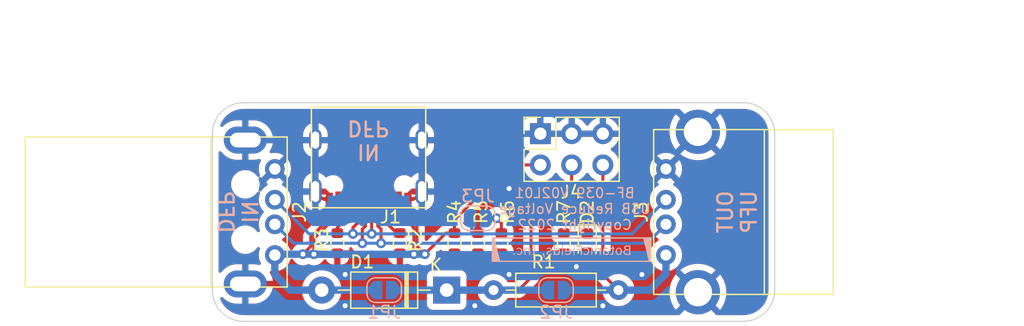
<source format=kicad_pcb>
(kicad_pcb (version 20211014) (generator pcbnew)
  (title_block (title "USB Reduce Voltage") (date "2022-10-20") (rev "V01L01") (company "Copyright 2022 BotanicFields, Inc.") (comment 1 "BF-039"))
  (layers (0 "F.Cu" signal) (31 "B.Cu" signal) (34 "B.Paste" user) (35 "F.Paste" user) (36 "B.SilkS" user "B.Silkscreen") (37 "F.SilkS" user "F.Silkscreen") (38 "B.Mask" user) (39 "F.Mask" user) (44 "Edge.Cuts" user))
  (net 0 "")
  (net 1 "GND")
  (net 2 "Net-(J1-PadA5)")
  (net 3 "Net-(J1-PadA6)")
  (net 4 "Net-(D1-Pad1)")
  (net 6 "Net-(J1-PadB5)")
  (net 8 "Net-(D1-Pad2)")
  (net 9 "Net-(D2-Pad1)")
  (net 10 "Net-(D2-Pad2)")
  (net 11 "Net-(J1-PadA7)")
  (net 12 "Net-(JP3-Pad1)")
  (net 13 "Net-(R4-Pad2)")
  (footprint "Diode_THT:D_DO-41_SOD81_P10.16mm_Horizontal" (layer "F.Cu") (at 161.05 63.46 180)
    (fp_text reference "D1" (at 6.858 2.286 180) (layer "F.SilkS"))
    (fp_text value "1S4")
    (fp_text user "K" (at 0.889 2.032 180) (layer "F.SilkS"))
    (fp_line (start 8.82 0) (end 7.8 0) (layer "F.SilkS") (width 0.12))
    (fp_line (start 2.36 -1.47) (end 2.36 1.47) (layer "F.SilkS") (width 0.12))
    (fp_line (start 3.38 -1.47) (end 3.38 1.47) (layer "F.SilkS") (width 0.12))
    (fp_line (start 3.26 -1.47) (end 3.26 1.47) (layer "F.SilkS") (width 0.12))
    (fp_line (start 1.34 0) (end 2.36 0) (layer "F.SilkS") (width 0.12))
    (fp_line (start 7.8 -1.47) (end 2.36 -1.47) (layer "F.SilkS") (width 0.12))
    (fp_line (start 2.36 1.47) (end 7.8 1.47) (layer "F.SilkS") (width 0.12))
    (fp_line (start 7.8 1.47) (end 7.8 -1.47) (layer "F.SilkS") (width 0.12))
    (fp_line (start 3.14 -1.47) (end 3.14 1.47) (layer "F.SilkS") (width 0.12))
    (pad "1" thru_hole rect (at 0 0 180) (size 2.2 2.2) (drill 1.1) (layers *.Cu *.Mask) (net 4 "Net-(D1-Pad1)"))
    (pad "2" thru_hole oval (at 10.16 0 180) (size 2.2 2.2) (drill 1.1) (layers *.Cu *.Mask) (net 8 "Net-(D1-Pad2)"))
  )
  (footprint "Connector_PinSocket_2.54mm:PinSocket_2x03_P2.54mm_Vertical" (layer "F.Cu") (at 168.67 50.74 90)
    (fp_text reference "J4" (at -4.75 2.5) (layer "F.SilkS"))
    (fp_text value "SENSE")
    (fp_line (start 1.33 1.27) (end 1.33 6.41) (layer "F.SilkS") (width 0.12))
    (fp_line (start -3.87 6.41) (end 1.33 6.41) (layer "F.SilkS") (width 0.12))
    (fp_line (start 0 -1.33) (end 1.33 -1.33) (layer "F.SilkS") (width 0.12))
    (fp_line (start 1.33 -1.33) (end 1.33 0) (layer "F.SilkS") (width 0.12))
    (fp_line (start -1.27 1.27) (end 1.33 1.27) (layer "F.SilkS") (width 0.12))
    (fp_line (start -1.27 -1.33) (end -1.27 1.27) (layer "F.SilkS") (width 0.12))
    (fp_line (start -3.87 -1.33) (end -3.87 6.41) (layer "F.SilkS") (width 0.12))
    (fp_line (start -3.87 -1.33) (end -1.27 -1.33) (layer "F.SilkS") (width 0.12))
    (pad "1" thru_hole rect locked (at 0 0 90) (size 1.7 1.7) (drill 1) (layers *.Cu *.Mask) (net 1 "GND"))
    (pad "2" thru_hole oval locked (at -2.54 0 90) (size 1.7 1.7) (drill 1) (layers *.Cu *.Mask) (net 8 "Net-(D1-Pad2)"))
    (pad "3" thru_hole oval locked (at 0 2.54 90) (size 1.7 1.7) (drill 1) (layers *.Cu *.Mask) (net 1 "GND"))
    (pad "4" thru_hole oval locked (at -2.54 2.54 90) (size 1.7 1.7) (drill 1) (layers *.Cu *.Mask) (net 4 "Net-(D1-Pad1)"))
    (pad "5" thru_hole oval locked (at 0 5.08 90) (size 1.7 1.7) (drill 1) (layers *.Cu *.Mask) (net 1 "GND"))
    (pad "6" thru_hole oval locked (at -2.54 5.08 90) (size 1.7 1.7) (drill 1) (layers *.Cu *.Mask) (net 10 "Net-(D2-Pad2)"))
  )
  (footprint "bf:BF@USB-C-5077CR-16-SMC2-BK-TR" (layer "F.Cu") (at 154.7 51.265 180)
    (fp_text reference "J1" (at -1.778 -6.25 180) (layer "F.SilkS"))
    (fp_text value "USB_C_Receptacle")
    (fp_line (start -4.65 2.7) (end -4.65 -5.5) (layer "F.SilkS") (width 0.12))
    (fp_line (start 4.65 -5.5) (end 4.65 2.7) (layer "F.SilkS") (width 0.12))
    (fp_line (start 4.65 2.7) (end -4.65 2.7) (layer "F.SilkS") (width 0.12))
    (fp_line (start -4.65 -5.5) (end 4.65 -5.5) (layer "F.SilkS") (width 0.12))
    (pad "" np_thru_hole circle locked (at -2.89 -3.68 180) (size 0.65 0.65) (drill 0.65) (layers *.Cu *.Mask))
    (pad "" np_thru_hole circle locked (at 2.89 -3.68 180) (size 0.65 0.65) (drill 0.65) (layers *.Cu *.Mask))
    (pad "A1" smd rect locked (at -3.35 -4.75 180) (size 0.3 1.14) (layers "F.Cu" "F.Paste" "F.Mask") (net 1 "GND"))
    (pad "A4" smd rect locked (at -2.55 -4.75 180) (size 0.3 1.14) (layers "F.Cu" "F.Paste" "F.Mask") (net 8 "Net-(D1-Pad2)"))
    (pad "A5" smd rect locked (at -1.25 -4.75 180) (size 0.3 1.14) (layers "F.Cu" "F.Paste" "F.Mask") (net 2 "Net-(J1-PadA5)"))
    (pad "A6" smd rect locked (at -0.25 -4.75 180) (size 0.3 1.14) (layers "F.Cu" "F.Paste" "F.Mask") (net 3 "Net-(J1-PadA6)"))
    (pad "A7" smd rect locked (at 0.25 -4.75 180) (size 0.3 1.14) (layers "F.Cu" "F.Paste" "F.Mask") (net 11 "Net-(J1-PadA7)"))
    (pad "A8" smd rect locked (at 1.25 -4.75 180) (size 0.3 1.14) (layers "F.Cu" "F.Paste" "F.Mask"))
    (pad "A9" smd rect locked (at 2.55 -4.75 180) (size 0.3 1.14) (layers "F.Cu" "F.Paste" "F.Mask") (net 8 "Net-(D1-Pad2)"))
    (pad "A12" smd rect locked (at 3.35 -4.75 180) (size 0.3 1.14) (layers "F.Cu" "F.Paste" "F.Mask") (net 1 "GND"))
    (pad "B1" smd rect locked (at 3.05 -4.8 180) (size 0.3 1.04) (layers "F.Cu" "F.Paste" "F.Mask") (net 1 "GND"))
    (pad "B4" smd rect locked (at 2.25 -4.75 180) (size 0.3 1.14) (layers "F.Cu" "F.Paste" "F.Mask") (net 8 "Net-(D1-Pad2)"))
    (pad "B5" smd rect locked (at 1.75 -4.75 180) (size 0.3 1.14) (layers "F.Cu" "F.Paste" "F.Mask") (net 6 "Net-(J1-PadB5)"))
    (pad "B6" smd rect locked (at 0.75 -4.75 180) (size 0.3 1.14) (layers "F.Cu" "F.Paste" "F.Mask") (net 3 "Net-(J1-PadA6)"))
    (pad "B7" smd rect locked (at -0.75 -4.75 180) (size 0.3 1.14) (layers "F.Cu" "F.Paste" "F.Mask") (net 11 "Net-(J1-PadA7)"))
    (pad "B8" smd rect locked (at -1.75 -4.75 180) (size 0.3 1.14) (layers "F.Cu" "F.Paste" "F.Mask"))
    (pad "B9" smd rect locked (at -2.25 -4.75 180) (size 0.3 1.14) (layers "F.Cu" "F.Paste" "F.Mask") (net 8 "Net-(D1-Pad2)"))
    (pad "B12" smd rect locked (at -3.05 -4.8 180) (size 0.3 1.04) (layers "F.Cu" "F.Paste" "F.Mask") (net 1 "GND"))
    (pad "S1" thru_hole oval locked (at -4.32 -4.18 180) (size 1 2.1) (drill oval 0.6 1.7) (layers *.Cu *.Mask) (net 1 "GND"))
    (pad "S1" thru_hole oval locked (at -4.32 0 180) (size 1 1.8) (drill oval 0.6 1.4) (layers *.Cu *.Mask) (net 1 "GND"))
    (pad "S1" thru_hole oval locked (at 4.32 0 180) (size 1 1.8) (drill oval 0.6 1.4) (layers *.Cu *.Mask) (net 1 "GND"))
    (pad "S1" thru_hole oval locked (at 4.32 -4.18 180) (size 1 2.1) (drill oval 0.6 1.7) (layers *.Cu *.Mask) (net 1 "GND"))
  )
  (footprint "bf:BF@USB-4AM103" (layer "F.Cu") (at 147.08 57.11 90)
    (fp_text reference "J2" (at 0 2 270) (layer "F.SilkS"))
    (fp_text value "USB_A_PLUG")
    (fp_line (start -6.1 -20.3) (end -6.1 1) (layer "F.SilkS") (width 0.12))
    (fp_line (start -6.1 -5.2) (end 6.1 -5.2) (layer "F.SilkS") (width 0.12))
    (fp_line (start -6.1 -20.3) (end 6.1 -20.3) (layer "F.SilkS") (width 0.12))
    (fp_line (start -6.1 1) (end 6.1 1) (layer "F.SilkS") (width 0.12))
    (fp_line (start 6.1 -20.3) (end 6.1 1) (layer "F.SilkS") (width 0.12))
    (pad "" np_thru_hole circle locked (at -2.25 -2.4 90) (size 1.3 1.3) (drill 1.3) (layers *.Cu *.Mask))
    (pad "" np_thru_hole circle locked (at 2.25 -2.4 90) (size 1.3 1.3) (drill 1.3) (layers *.Cu *.Mask))
    (pad "1" thru_hole circle locked (at -3.5 0 90) (size 1.6 1.6) (drill 0.93) (layers *.Cu *.Mask) (net 8 "Net-(D1-Pad2)"))
    (pad "2" thru_hole circle locked (at -1 0 90) (size 1.6 1.6) (drill 0.93) (layers *.Cu *.Mask) (net 11 "Net-(J1-PadA7)"))
    (pad "3" thru_hole circle locked (at 1 0 90) (size 1.6 1.6) (drill 0.93) (layers *.Cu *.Mask) (net 3 "Net-(J1-PadA6)"))
    (pad "4" thru_hole circle locked (at 3.5 0 90) (size 1.6 1.6) (drill 0.93) (layers *.Cu *.Mask) (net 1 "GND"))
    (pad "5" thru_hole oval locked (at 5.85 -2.4 90) (size 2.2 3.5) (drill oval 1.2 2.5) (layers *.Cu *.Mask) (net 1 "GND"))
    (pad "5" thru_hole oval locked (at -5.85 -2.4 90) (size 2.2 3.5) (drill oval 1.2 2.5) (layers *.Cu *.Mask) (net 1 "GND"))
  )
  (footprint "bf:BF@USB-4AF103BS" (layer "F.Cu") (at 178.88 57.11 90)
    (fp_text reference "J3" (at 0 -2 270) (layer "F.SilkS"))
    (fp_text value "USB_A_Receptacle")
    (fp_line (start -6.7 8) (end 6.7 8) (layer "F.SilkS") (width 0.12))
    (fp_line (start 6.7 -1) (end 6.7 13.6) (layer "F.SilkS") (width 0.12))
    (fp_line (start -6.7 13.6) (end 6.7 13.6) (layer "F.SilkS") (width 0.12))
    (fp_line (start -6.7 -1) (end 6.7 -1) (layer "F.SilkS") (width 0.12))
    (fp_line (start -6.7 -1) (end -6.7 13.6) (layer "F.SilkS") (width 0.12))
    (pad "1" thru_hole circle locked (at -3.5 0 90) (size 1.6 1.6) (drill 0.9) (layers *.Cu *.Mask) (net 10 "Net-(D2-Pad2)"))
    (pad "2" thru_hole circle locked (at -1 0 90) (size 1.6 1.6) (drill 0.9) (layers *.Cu *.Mask) (net 11 "Net-(J1-PadA7)"))
    (pad "3" thru_hole circle locked (at 1 0 90) (size 1.6 1.6) (drill 0.9) (layers *.Cu *.Mask) (net 3 "Net-(J1-PadA6)"))
    (pad "4" thru_hole circle locked (at 3.5 0 90) (size 1.6 1.6) (drill 0.9) (layers *.Cu *.Mask) (net 1 "GND"))
    (pad "5" thru_hole circle locked (at -6.52 2.6 90) (size 3.6 3.6) (drill 2.3) (layers *.Cu *.Mask) (net 1 "GND"))
    (pad "5" thru_hole circle locked (at 6.52 2.6 90) (size 3.6 3.6) (drill 2.3) (layers *.Cu *.Mask) (net 1 "GND"))
  )
  (footprint "Resistor_THT:R_Axial_DIN0207_L6.3mm_D2.5mm_P10.16mm_Horizontal" (layer "F.Cu") (at 175.02 63.46 180)
    (fp_text reference "R1" (at 6.096 2.286 180) (layer "F.SilkS"))
    (fp_text value "0.1")
    (fp_line (start 1.81 1.37) (end 8.35 1.37) (layer "F.SilkS") (width 0.12))
    (fp_line (start 8.35 -1.37) (end 1.81 -1.37) (layer "F.SilkS") (width 0.12))
    (fp_line (start 8.35 1.37) (end 8.35 -1.37) (layer "F.SilkS") (width 0.12))
    (fp_line (start 1.04 0) (end 1.81 0) (layer "F.SilkS") (width 0.12))
    (fp_line (start 1.81 -1.37) (end 1.81 1.37) (layer "F.SilkS") (width 0.12))
    (fp_line (start 9.12 0) (end 8.35 0) (layer "F.SilkS") (width 0.12))
    (pad "1" thru_hole circle (at 0 0 180) (size 1.6 1.6) (drill 0.8) (layers *.Cu *.Mask) (net 10 "Net-(D2-Pad2)"))
    (pad "2" thru_hole oval (at 10.16 0 180) (size 1.6 1.6) (drill 0.8) (layers *.Cu *.Mask) (net 4 "Net-(D1-Pad1)"))
  )
  (footprint "Resistor_SMD:R_0603_1608Metric" (layer "F.Cu") (at 157.24 59.65 90)
    (fp_text reference "R2" (at 0.254 1.27 90) (layer "F.SilkS"))
    (fp_text value "5.1k")
    (fp_line (start -0.237258 0.5225) (end 0.237258 0.5225) (layer "F.SilkS") (width 0.12))
    (fp_line (start -0.237258 -0.5225) (end 0.237258 -0.5225) (layer "F.SilkS") (width 0.12))
    (pad "1" smd roundrect (at -0.825 0 90) (size 0.8 0.95) (layers "F.Cu" "F.Paste" "F.Mask") (net 1 "GND"))
    (pad "2" smd roundrect (at 0.825 0 90) (size 0.8 0.95) (layers "F.Cu" "F.Paste" "F.Mask") (net 2 "Net-(J1-PadA5)"))
  )
  (footprint "Resistor_SMD:R_0603_1608Metric" (layer "F.Cu") (at 152.16 59.65 90)
    (fp_text reference "R3" (at 0.254 -1.27 90) (layer "F.SilkS"))
    (fp_text value "5.1k")
    (fp_line (start -0.237258 -0.5225) (end 0.237258 -0.5225) (layer "F.SilkS") (width 0.12))
    (fp_line (start -0.237258 0.5225) (end 0.237258 0.5225) (layer "F.SilkS") (width 0.12))
    (pad "1" smd roundrect (at -0.825 0 90) (size 0.8 0.95) (layers "F.Cu" "F.Paste" "F.Mask") (net 1 "GND"))
    (pad "2" smd roundrect (at 0.825 0 90) (size 0.8 0.95) (layers "F.Cu" "F.Paste" "F.Mask") (net 6 "Net-(J1-PadB5)"))
  )
  (footprint "Resistor_SMD:R_0603_1608Metric" (layer "F.Cu") (at 163.59 59.65 90)
    (fp_text reference "R5" (at 2.54 0.254 90) (layer "F.SilkS"))
    (fp_text value "220")
    (fp_line (start -0.237258 -0.5225) (end 0.237258 -0.5225) (layer "F.SilkS") (width 0.12))
    (fp_line (start -0.237258 0.5225) (end 0.237258 0.5225) (layer "F.SilkS") (width 0.12))
    (pad "1" smd roundrect (at -0.825 0 90) (size 0.8 0.95) (layers "F.Cu" "F.Paste" "F.Mask") (net 13 "Net-(R4-Pad2)"))
    (pad "2" smd roundrect (at 0.825 0 90) (size 0.8 0.95) (layers "F.Cu" "F.Paste" "F.Mask") (net 1 "GND"))
  )
  (footprint "Resistor_SMD:R_0603_1608Metric" (layer "F.Cu") (at 165.495 59.65 90)
    (fp_text reference "R6" (at 2.54 0.508 90) (layer "F.SilkS"))
    (fp_text value "2.2k")
    (fp_line (start -0.237258 0.5225) (end 0.237258 0.5225) (layer "F.SilkS") (width 0.12))
    (fp_line (start -0.237258 -0.5225) (end 0.237258 -0.5225) (layer "F.SilkS") (width 0.12))
    (pad "1" smd roundrect (at -0.825 0 90) (size 0.8 0.95) (layers "F.Cu" "F.Paste" "F.Mask") (net 13 "Net-(R4-Pad2)"))
    (pad "2" smd roundrect (at 0.825 0 90) (size 0.8 0.95) (layers "F.Cu" "F.Paste" "F.Mask") (net 12 "Net-(JP3-Pad1)"))
  )
  (footprint "Resistor_SMD:R_0603_1608Metric" (layer "F.Cu") (at 161.685 59.65 -90)
    (fp_text reference "R4" (at -2.54 0 90) (layer "F.SilkS"))
    (fp_text value "100")
    (fp_line (start -0.237258 0.5225) (end 0.237258 0.5225) (layer "F.SilkS") (width 0.12))
    (fp_line (start -0.237258 -0.5225) (end 0.237258 -0.5225) (layer "F.SilkS") (width 0.12))
    (pad "1" smd roundrect (at -0.825 0 270) (size 0.8 0.95) (layers "F.Cu" "F.Paste" "F.Mask") (net 8 "Net-(D1-Pad2)"))
    (pad "2" smd roundrect (at 0.825 0 270) (size 0.8 0.95) (layers "F.Cu" "F.Paste" "F.Mask") (net 13 "Net-(R4-Pad2)"))
  )
  (footprint "Resistor_SMD:R_0603_1608Metric" (layer "F.Cu") (at 170.575 59.65 -90)
    (fp_text reference "R7" (at -2.54 0 90) (layer "F.SilkS"))
    (fp_text value "2.2k")
    (fp_line (start -0.237258 -0.5225) (end 0.237258 -0.5225) (layer "F.SilkS") (width 0.12))
    (fp_line (start -0.237258 0.5225) (end 0.237258 0.5225) (layer "F.SilkS") (width 0.12))
    (pad "1" smd roundrect (at -0.825 0 270) (size 0.8 0.95) (layers "F.Cu" "F.Paste" "F.Mask") (net 9 "Net-(D2-Pad1)"))
    (pad "2" smd roundrect (at 0.825 0 270) (size 0.8 0.95) (layers "F.Cu" "F.Paste" "F.Mask") (net 1 "GND"))
  )
  (footprint "LED_SMD:LED_0603_1608Metric" (layer "F.Cu") (at 172.48 59.65 -90)
    (fp_text reference "D2" (at -2.54 0 90) (layer "F.SilkS"))
    (fp_text value "LED")
    (fp_line (start -1.485 0.735) (end 0.8 0.735) (layer "F.SilkS") (width 0.12))
    (fp_line (start 0.8 -0.735) (end -1.485 -0.735) (layer "F.SilkS") (width 0.12))
    (fp_line (start -1.485 -0.735) (end -1.485 0.735) (layer "F.SilkS") (width 0.12))
    (pad "1" smd roundrect (at -0.7875 0 270) (size 0.875 0.95) (layers "F.Cu" "F.Paste" "F.Mask") (net 9 "Net-(D2-Pad1)"))
    (pad "2" smd roundrect (at 0.7875 0 270) (size 0.875 0.95) (layers "F.Cu" "F.Paste" "F.Mask") (net 10 "Net-(D2-Pad2)"))
  )
  (footprint "@bf:BF@Logo_BotanicFields_2mm" (layer "B.Cu") (at 171.21 60.158 180)
    (fp_text reference "G***" hide)
    (fp_text value "LOGO" hide)
    (fp_poly (pts (xy -0.151284 0.327964) (xy -0.135335 0.313936) (xy -0.132292 0.28112) (xy -0.135518 0.247789) (xy -0.151884 0.234118) (xy -0.19017 0.23151) (xy -0.229055 0.234276) (xy -0.245005 0.248303) (xy -0.248047 0.28112) (xy -0.244821 0.31445) (xy -0.228456 0.328121) (xy -0.19017 0.330729)) (layer "B.SilkS") (width 0) (fill solid))
    (fp_poly (pts (xy 1.455208 -0.446484) (xy 1.405599 -0.446484) (xy 1.366213 -0.439089) (xy 1.355989 -0.42168) (xy 1.348709 -0.399806) (xy 1.324808 -0.403011) (xy 1.297657 -0.419333) (xy 1.239998 -0.443681) (xy 1.168412 -0.453119) (xy 1.099462 -0.445554) (xy 1.09658 -0.44475) (xy 1.034451 -0.411166) (xy 0.988757 -0.355227) (xy 0.959412 -0.28323) (xy 0.94659 -0.203095) (xy 1.046573 -0.203095) (xy 1.070069 -0.284551) (xy 1.093749 -0.321684) (xy 1.139298 -0.354732) (xy 1.199846 -0.363813) (xy 1.267229 -0.348566) (xy 1.302246 -0.33091) (xy 1.355989 -0.298142) (xy 1.355989 0.031745) (xy 1.291341 0.051114) (xy 1.210013 0.061413) (xy 1.141114 0.042203) (xy 1.088393 -0.00411) (xy 1.055599 -0.075122) (xy 1.04974 -0.103886) (xy 1.046573 -0.203095) (xy 0.94659 -0.203095) (xy 0.94633 -0.201471) (xy 0.949425 -0.116246) (xy 0.968611 -0.033851) (xy 1.003801 0.039419) (xy 1.05491 0.097266) (xy 1.104406 0.127066) (xy 1.174626 0.143061) (xy 1.255221 0.141785) (xy 1.32705 0.124081) (xy 1.341722 0.1212) (xy 1.350407 0.131479) (xy 1.354636 0.160942) (xy 1.35594 0.215618) (xy 1.355989 0.238009) (xy 1.355989 0.363802) (xy 1.455208 0.363802)) (layer "B.SilkS") (width 0) (fill solid))
    (fp_poly (pts (xy 1.938884 0.133151) (xy 1.940353 0.132848) (xy 1.992967 0.12092) (xy 2.020909 0.108999) (xy 2.031981 0.090809) (xy 2.033982 0.060074) (xy 2.033984 0.057514) (xy 2.033984 0.001617) (xy 1.963704 0.033518) (xy 1.883838 0.059658) (xy 1.811778 0.064185) (xy 1.75462 0.047114) (xy 1.736328 0.033073) (xy 1.712049 0.003457) (xy 1.703255 -0.016536) (xy 1.718894 -0.049367) (xy 1.762239 -0.07985) (xy 1.827937 -0.104804) (xy 1.867913 -0.114297) (xy 1.954661 -0.13916) (xy 2.01211 -0.175055) (xy 2.042866 -0.224299) (xy 2.049995 -0.276234) (xy 2.041813 -0.336747) (xy 2.014143 -0.380341) (xy 1.960483 -0.41693) (xy 1.956257 -0.419138) (xy 1.903592 -0.435393) (xy 1.831788 -0.443898) (xy 1.75394 -0.444308) (xy 1.683143 -0.436275) (xy 1.649511 -0.427264) (xy 1.617464 -0.409208) (xy 1.605249 -0.378919) (xy 1.604036 -0.35382) (xy 1.604036 -0.296984) (xy 1.674316 -0.333248) (xy 1.737326 -0.356672) (xy 1.806245 -0.368337) (xy 1.869984 -0.367572) (xy 1.917449 -0.353705) (xy 1.925105 -0.348421) (xy 1.94695 -0.312781) (xy 1.948805 -0.269317) (xy 1.930037 -0.234455) (xy 1.929503 -0.234005) (xy 1.901753 -0.220592) (xy 1.853968 -0.205621) (xy 1.817882 -0.196978) (xy 1.728339 -0.171817) (xy 1.667088 -0.138815) (xy 1.629741 -0.095193) (xy 1.619576 -0.071396) (xy 1.610284 -0.020012) (xy 1.623043 0.02588) (xy 1.623579 0.026982) (xy 1.671859 0.090606) (xy 1.74151 0.129846) (xy 1.831022 0.144196)) (layer "B.SilkS") (width 0) (fill solid))
    (fp_poly (pts (xy 4.310462 0.143081) (xy 4.386985 0.131401) (xy 4.435222 0.112089) (xy 4.459582 0.082501) (xy 4.464843 0.05045) (xy 4.464843 0.002845) (xy 4.382709 0.037546) (xy 4.297333 0.060292) (xy 4.223781 0.05333) (xy 4.165058 0.018295) (xy 4.124164 -0.043179) (xy 4.105903 -0.113187) (xy 4.106422 -0.177608) (xy 4.121342 -0.244875) (xy 4.14684 -0.303945) (xy 4.179094 -0.343772) (xy 4.187654 -0.349369) (xy 4.245344 -0.365006) (xy 4.315762 -0.362869) (xy 4.384493 -0.344075) (xy 4.408002 -0.332309) (xy 4.464843 -0.298772) (xy 4.464843 -0.354474) (xy 4.459875 -0.395261) (xy 4.438385 -0.417656) (xy 4.412766 -0.42833) (xy 4.339741 -0.44388) (xy 4.258536 -0.445976) (xy 4.182156 -0.435344) (xy 4.123606 -0.412708) (xy 4.122705 -0.412138) (xy 4.067506 -0.358975) (xy 4.026582 -0.283836) (xy 4.00445 -0.196342) (xy 4.001823 -0.154476) (xy 4.015785 -0.055052) (xy 4.055116 0.028252) (xy 4.115977 0.091737) (xy 4.194533 0.131704) (xy 4.286945 0.144454)) (layer "B.SilkS") (width 0) (fill solid))
    (fp_poly (pts (xy -2.697688 0.134462) (xy -2.631482 0.102818) (xy -2.613248 0.088823) (xy -2.563151 0.046669) (xy -2.563151 -0.446484) (xy -2.604493 -0.446484) (xy -2.637017 -0.438632) (xy -2.645834 -0.413969) (xy -2.647398 -0.393681) (xy -2.657711 -0.390635) (xy -2.685202 -0.404702) (xy -2.699577 -0.413135) (xy -2.777547 -0.445276) (xy -2.858771 -0.455511) (xy -2.931292 -0.442517) (xy -2.938286 -0.439584) (xy -2.992286 -0.399333) (xy -3.026622 -0.341545) (xy -3.039994 -0.275175) (xy -3.039916 -0.274596) (xy -2.94349 -0.274596) (xy -2.929331 -0.318259) (xy -2.89179 -0.348154) (xy -2.838274 -0.362594) (xy -2.77619 -0.359892) (xy -2.712944 -0.33836) (xy -2.698683 -0.330367) (xy -2.665477 -0.307199) (xy -2.6504 -0.282972) (xy -2.647716 -0.244786) (xy -2.649074 -0.218808) (xy -2.654102 -0.14056) (xy -2.728516 -0.145689) (xy -2.825248 -0.159199) (xy -2.892348 -0.184865) (xy -2.931273 -0.223563) (xy -2.94349 -0.274596) (xy -3.039916 -0.274596) (xy -3.031101 -0.209179) (xy -2.998645 -0.152511) (xy -2.982187 -0.1371) (xy -2.924901 -0.10569) (xy -2.846238 -0.081699) (xy -2.757591 -0.06811) (xy -2.711166 -0.066146) (xy -2.663887 -0.060347) (xy -2.646397 -0.041642) (xy -2.657912 -0.008067) (xy -2.677313 0.018675) (xy -2.705327 0.043862) (xy -2.743428 0.055268) (xy -2.788934 0.057394) (xy -2.853216 0.054149) (xy -2.91624 0.046235) (xy -2.932387 0.043071) (xy -2.973002 0.035242) (xy -2.98996 0.039798) (xy -2.99183 0.061682) (xy -2.990265 0.076464) (xy -2.984924 0.102897) (xy -2.971144 0.118884) (xy -2.940906 0.129063) (xy -2.886192 0.138068) (xy -2.882916 0.138536) (xy -2.779452 0.145991)) (layer "B.SilkS") (width 0) (fill solid))
    (fp_poly (pts (xy 4.723648 -0.299245) (xy 4.740488 -0.310011) (xy 4.745606 -0.338956) (xy 4.745963 -0.37207) (xy 4.744728 -0.417794) (xy 4.736354 -0.439445) (xy 4.713841 -0.446025) (xy 4.688086 -0.446484) (xy 4.652523 -0.444896) (xy 4.635683 -0.43413) (xy 4.630565 -0.405185) (xy 4.630208 -0.37207) (xy 4.631444 -0.326347) (xy 4.639817 -0.304696) (xy 4.66233 -0.298115) (xy 4.688086 -0.297656)) (layer "B.SilkS") (width 0) (fill solid))
    (fp_poly (pts (xy -0.355534 0.322461) (xy -0.355534 0.239779) (xy -0.549838 0.23512) (xy -0.744141 0.230461) (xy -0.744141 0.016536) (xy -0.413412 0.016536) (xy -0.413412 -0.066146) (xy -0.744141 -0.066146) (xy -0.744141 -0.446484) (xy -0.84336 -0.446484) (xy -0.84336 0.331613)) (layer "B.SilkS") (width 0) (fill solid))
    (fp_poly (pts (xy -4.634343 0.330009) (xy -4.557442 0.327979) (xy -4.483318 0.323241) (xy -4.425514 0.316723) (xy -4.415716 0.315025) (xy -4.342183 0.287774) (xy -4.292336 0.242496) (xy -4.268307 0.184899) (xy -4.272228 0.120694) (xy -4.306233 0.05559) (xy -4.314912 0.045125) (xy -4.363417 -0.010119) (xy -4.31573 -0.028119) (xy -4.267442 -0.061353) (xy -4.227391 -0.115217) (xy -4.203606 -0.177269) (xy -4.200323 -0.206964) (xy -4.215296 -0.279572) (xy -4.255632 -0.346905) (xy -4.314186 -0.397591) (xy -4.323223 -0.402604) (xy -4.361781 -0.418236) (xy -4.411842 -0.429384) (xy -4.48043 -0.43714) (xy -4.574566 -0.442597) (xy -4.582157 -0.442916) (xy -4.779037 -0.451024) (xy -4.779037 -0.0621) (xy -4.679818 -0.0621) (xy -4.679818 -0.201927) (xy -4.678594 -0.266996) (xy -4.675332 -0.318806) (xy -4.67065 -0.348925) (xy -4.668794 -0.352778) (xy -4.644122 -0.36035) (xy -4.597199 -0.363071) (xy -4.538458 -0.36116) (xy -4.47833 -0.354833) (xy -4.441677 -0.34805) (xy -4.369697 -0.319313) (xy -4.325408 -0.273274) (xy -4.309445 -0.210609) (xy -4.309401 -0.206706) (xy -4.315928 -0.15344) (xy -4.338392 -0.115688) (xy -4.381117 -0.090759) (xy -4.448427 -0.075966) (xy -4.530466 -0.069241) (xy -4.679818 -0.0621) (xy -4.779037 -0.0621) (xy -4.779037 0.016536) (xy -4.681329 0.016536) (xy -4.577221 0.01678) (xy -4.514996 0.020127) (xy -4.46082 0.028545) (xy -4.432924 0.037451) (xy -4.394616 0.073717) (xy -4.377301 0.125996) (xy -4.38372 0.177364) (xy -4.410819 0.207427) (xy -4.462293 0.230383) (xy -4.529753 0.243644) (xy -4.602255 0.244815) (xy -4.67155 0.239779) (xy -4.67644 0.128158) (xy -4.681329 0.016536) (xy -4.779037 0.016536) (xy -4.779037 0.330729)) (layer "B.SilkS") (width 0) (fill solid))
    (fp_poly (pts (xy -0.148828 -0.446484) (xy -0.231511 -0.446484) (xy -0.231511 0.132292) (xy -0.148828 0.132292)) (layer "B.SilkS") (width 0) (fill solid))
    (fp_poly (pts (xy 6.498828 -1.008724) (xy -6.498828 -1.008724) (xy -6.498828 -0.880566) (xy -6.260821 -0.880566) (xy -6.260527 -0.883113) (xy -6.2574 -0.885506) (xy -6.250448 -0.887751) (xy -6.238676 -0.889851) (xy -6.221094 -0.891812) (xy -6.196706 -0.893638) (xy -6.164521 -0.895335) (xy -6.123546 -0.896907) (xy -6.072787 -0.898358) (xy -6.011252 -0.899694) (xy -5.937948 -0.900919) (xy -5.851882 -0.902039) (xy -5.75206 -0.903057) (xy -5.637491 -0.903978) (xy -5.50718 -0.904808) (xy -5.360136 -0.905551) (xy -5.195364 -0.906212) (xy -5.011873 -0.906796) (xy -4.808669 -0.907307) (xy -4.58476 -0.90775) (xy -4.339152 -0.908129) (xy -4.070852 -0.908451) (xy -3.778868 -0.908719) (xy -3.462207 -0.908938) (xy -3.119875 -0.909113) (xy -2.75088 -0.909249) (xy -2.354228 -0.90935) (xy -1.928928 -0.909421) (xy -1.473986 -0.909468) (xy -0.988408 -0.909494) (xy -0.471203 -0.909504) (xy -0.224994 -0.909505) (xy 5.819558 -0.909505) (xy 5.835943 -0.847493) (xy 5.843118 -0.819442) (xy 5.857441 -0.762657) (xy 5.878073 -0.680499) (xy 5.904172 -0.576328) (xy 5.934897 -0.453504) (xy 5.969406 -0.315386) (xy 6.00686 -0.165334) (xy 6.046417 -0.00671) (xy 6.052211 0.016536) (xy 6.091671 0.174749) (xy 6.128891 0.323752) (xy 6.163071 0.46036) (xy 6.193412 0.581384) (xy 6.219112 0.683638) (xy 6.239372 0.763936) (xy 6.253392 0.81909) (xy 6.260371 0.845914) (xy 6.26082 0.847493) (xy 6.260526 0.85004) (xy 6.257399 0.852433) (xy 6.250447 0.854678) (xy 6.238676 0.856778) (xy 6.221093 0.858739) (xy 6.196706 0.860565) (xy 6.164521 0.862262) (xy 6.123545 0.863834) (xy 6.072787 0.865285) (xy 6.011252 0.866621) (xy 5.937947 0.867846) (xy 5.851881 0.868966) (xy 5.752059 0.869984) (xy 5.63749 0.870905) (xy 5.507179 0.871735) (xy 5.360135 0.872478) (xy 5.195363 0.873139) (xy 5.011872 0.873723) (xy 4.808668 0.874234) (xy 4.584759 0.874677) (xy 4.339151 0.875057) (xy 4.070851 0.875378) (xy 3.778867 0.875646) (xy 3.462206 0.875865) (xy 3.119874 0.87604) (xy 2.750879 0.876176) (xy 2.354228 0.876277) (xy 1.928927 0.876348) (xy 1.473985 0.876395) (xy 0.988407 0.876421) (xy 0.471202 0.876431) (xy 0.224994 0.876432) (xy -5.819559 0.876432) (xy -5.835944 0.814421) (xy -5.843118 0.786369) (xy -5.857442 0.729585) (xy -5.878074 0.647427) (xy -5.904173 0.543255) (xy -5.934897 0.420431) (xy -5.969407 0.282313) (xy -6.006861 0.132262) (xy -6.046418 -0.026363) (xy -6.052212 -0.049609) (xy -6.091672 -0.207822) (xy -6.128892 -0.356825) (xy -6.163072 -0.493433) (xy -6.193412 -0.614457) (xy -6.219113 -0.716711) (xy -6.239373 -0.797009) (xy -6.253392 -0.852163) (xy -6.260372 -0.878986) (xy -6.260821 -0.880566) (xy -6.498828 -0.880566) (xy -6.498828 0.992187) (xy 6.498828 0.992187)) (layer "B.SilkS") (width 0) (fill solid))
    (fp_poly (pts (xy 3.754769 0.122352) (xy 3.805064 0.076379) (xy 3.821726 0.046255) (xy 3.833627 -0.000807) (xy 3.841169 -0.076256) (xy 3.844515 -0.182004) (xy 3.844726 -0.223242) (xy 3.844726 -0.438216) (xy 3.756374 -0.44843) (xy 3.750941 -0.224758) (xy 3.747999 -0.130863) (xy 3.743988 -0.064419) (xy 3.738146 -0.019804) (xy 3.729714 0.0086) (xy 3.717932 0.026415) (xy 3.716827 0.027546) (xy 3.673313 0.049722) (xy 3.613888 0.05259) (xy 3.549256 0.036479) (xy 3.518337 0.021415) (xy 3.464388 -0.010064) (xy 3.459774 -0.228274) (xy 3.457714 -0.31666) (xy 3.455251 -0.377233) (xy 3.451355 -0.415246) (xy 3.444998 -0.435953) (xy 3.435151 -0.444609) (xy 3.420786 -0.446466) (xy 3.417054 -0.446484) (xy 3.382513 -0.442158) (xy 3.367925 -0.43546) (xy 3.364275 -0.416039) (xy 3.361136 -0.369231) (xy 3.358723 -0.300719) (xy 3.357254 -0.216189) (xy 3.356901 -0.146072) (xy 3.356901 0.132292) (xy 3.40651 0.132292) (xy 3.445895 0.124896) (xy 3.456119 0.107487) (xy 3.458217 0.089208) (xy 3.46924 0.085062) (xy 3.496278 0.095799) (xy 3.534483 0.115755) (xy 3.61284 0.143646) (xy 3.688482 0.145309)) (layer "B.SilkS") (width 0) (fill solid))
    (fp_poly (pts (xy -1.983382 0.122352) (xy -1.933087 0.076379) (xy -1.916425 0.046255) (xy -1.904524 -0.000807) (xy -1.896982 -0.076256) (xy -1.893636 -0.182004) (xy -1.893425 -0.223242) (xy -1.893425 -0.438216) (xy -1.981777 -0.44843) (xy -1.98721 -0.224758) (xy -1.990152 -0.130863) (xy -1.994163 -0.064419) (xy -2.000005 -0.019804) (xy -2.008437 0.0086) (xy -2.020219 0.026415) (xy -2.021324 0.027546) (xy -2.064838 0.049722) (xy -2.124263 0.05259) (xy -2.188896 0.036479) (xy -2.219814 0.021415) (xy -2.273763 -0.010064) (xy -2.278377 -0.228274) (xy -2.280437 -0.31666) (xy -2.2829 -0.377233) (xy -2.286796 -0.415246) (xy -2.293153 -0.435953) (xy -2.303 -0.444609) (xy -2.317365 -0.446466) (xy -2.321097 -0.446484) (xy -2.355638 -0.442158) (xy -2.370226 -0.43546) (xy -2.373876 -0.416039) (xy -2.377015 -0.369231) (xy -2.379428 -0.300719) (xy -2.380898 -0.216189) (xy -2.38125 -0.146072) (xy -2.38125 0.132292) (xy -2.331641 0.132292) (xy -2.292256 0.124896) (xy -2.282032 0.107487) (xy -2.279934 0.089208) (xy -2.268911 0.085062) (xy -2.241873 0.095799) (xy -2.203668 0.115755) (xy -2.125311 0.143646) (xy -2.049669 0.145309)) (layer "B.SilkS") (width 0) (fill solid))
    (fp_poly (pts (xy 2.368038 -0.301221) (xy 2.37476 -0.313255) (xy 2.369796 -0.339474) (xy 2.352799 -0.384628) (xy 2.323423 -0.453469) (xy 2.307032 -0.49123) (xy 2.276921 -0.55685) (xy 2.253398 -0.597133) (xy 2.232223 -0.61799) (xy 2.21097 -0.62513) (xy 2.170823 -0.630143) (xy 2.214246 -0.468034) (xy 2.257669 -0.305924) (xy 2.320918 -0.300705) (xy 2.349975 -0.298621)) (layer "B.SilkS") (width 0) (fill solid))
    (fp_poly (pts (xy -1.130033 0.143081) (xy -1.05351 0.131401) (xy -1.005273 0.112089) (xy -0.980913 0.082501) (xy -0.975651 0.05045) (xy -0.975651 0.002845) (xy -1.057786 0.037546) (xy -1.143162 0.060292) (xy -1.216713 0.05333) (xy -1.275437 0.018295) (xy -1.316331 -0.043179) (xy -1.334592 -0.113187) (xy -1.334073 -0.177608) (xy -1.319153 -0.244875) (xy -1.293654 -0.303945) (xy -1.261401 -0.343772) (xy -1.25284 -0.349369) (xy -1.195151 -0.365006) (xy -1.124733 -0.362869) (xy -1.056002 -0.344075) (xy -1.032493 -0.332309) (xy -0.975651 -0.298772) (xy -0.975651 -0.354474) (xy -0.98062 -0.395261) (xy -1.00211 -0.417656) (xy -1.027728 -0.42833) (xy -1.100753 -0.44388) (xy -1.181959 -0.445976) (xy -1.258339 -0.435344) (xy -1.316889 -0.412708) (xy -1.317789 -0.412138) (xy -1.372989 -0.358975) (xy -1.413912 -0.283836) (xy -1.436045 -0.196342) (xy -1.438672 -0.154476) (xy -1.424709 -0.055052) (xy -1.385379 0.028252) (xy -1.324518 0.091737) (xy -1.245962 0.131704) (xy -1.15355 0.144454)) (layer "B.SilkS") (width 0) (fill solid))
    (fp_poly (pts (xy 0.777213 -0.446484) (xy 0.694531 -0.446484) (xy 0.694531 0.363802) (xy 0.777213 0.363802)) (layer "B.SilkS") (width 0) (fill solid))
    (fp_poly (pts (xy 0.370484 0.14031) (xy 0.424915 0.116483) (xy 0.47954 0.073144) (xy 0.514304 0.017923) (xy 0.534448 -0.058264) (xy 0.537413 -0.078548) (xy 0.548806 -0.165365) (xy 0.111621 -0.165365) (xy 0.121915 -0.219108) (xy 0.149607 -0.285599) (xy 0.200166 -0.333314) (xy 0.268078 -0.360455) (xy 0.347827 -0.365222) (xy 0.433898 -0.345817) (xy 0.467155 -0.331712) (xy 0.529166 -0.301806) (xy 0.529166 -0.354287) (xy 0.52394 -0.392522) (xy 0.501837 -0.414815) (xy 0.474249 -0.426626) (xy 0.427948 -0.437258) (xy 0.364228 -0.444465) (xy 0.31133 -0.446484) (xy 0.241493 -0.443385) (xy 0.191796 -0.432177) (xy 0.149723 -0.409998) (xy 0.14866 -0.409277) (xy 0.087229 -0.360275) (xy 0.049314 -0.308592) (xy 0.030108 -0.244509) (xy 0.024804 -0.15881) (xy 0.026734 -0.090044) (xy 0.02809 -0.081595) (xy 0.115755 -0.081595) (xy 0.130767 -0.091311) (xy 0.170109 -0.097539) (xy 0.22524 -0.100435) (xy 0.287618 -0.100154) (xy 0.348701 -0.09685) (xy 0.399948 -0.090679) (xy 0.432817 -0.081796) (xy 0.440008 -0.075706) (xy 0.438671 -0.041075) (xy 0.419126 0.001966) (xy 0.387909 0.03988) (xy 0.381771 0.044949) (xy 0.339193 0.061251) (xy 0.281873 0.064347) (xy 0.225105 0.054878) (xy 0.18797 0.036839) (xy 0.151397 -0.002375) (xy 0.124475 -0.048075) (xy 0.115755 -0.081595) (xy 0.02809 -0.081595) (xy 0.03448 -0.041796) (xy 0.050976 -0.001639) (xy 0.068804 0.027562) (xy 0.128512 0.091214) (xy 0.204115 0.132576) (xy 0.287483 0.149618)) (layer "B.SilkS") (width 0) (fill solid))
    (fp_poly (pts (xy -3.766973 0.141079) (xy -3.692679 0.106539) (xy -3.632756 0.048049) (xy -3.591787 -0.03135) (xy -3.575052 -0.116103) (xy -3.579708 -0.221899) (xy -3.60774 -0.311766) (xy -3.655785 -0.382627) (xy -3.720477 -0.431401) (xy -3.798452 -0.455009) (xy -3.886345 -0.450373) (xy -3.927409 -0.43855) (xy -4.0056 -0.394358) (xy -4.060379 -0.32694) (xy -4.083644 -0.26869) (xy -4.100369 -0.162358) (xy -4.09745 -0.130833) (xy -3.996401 -0.130833) (xy -3.992496 -0.21696) (xy -3.968626 -0.287546) (xy -3.929144 -0.339552) (xy -3.878408 -0.369941) (xy -3.820774 -0.375677) (xy -3.760598 -0.353721) (xy -3.721515 -0.322496) (xy -3.697095 -0.290991) (xy -3.682845 -0.250475) (xy -3.675191 -0.189911) (xy -3.674278 -0.176654) (xy -3.677601 -0.079026) (xy -3.700965 -0.0054) (xy -3.743598 0.042991) (xy -3.804728 0.064914) (xy -3.826325 0.066146) (xy -3.896891 0.054575) (xy -3.947806 0.018734) (xy -3.980534 -0.043075) (xy -3.996401 -0.130833) (xy -4.09745 -0.130833) (xy -4.091287 -0.064279) (xy -4.058179 0.020642) (xy -4.002824 0.0875) (xy -3.940343 0.126155) (xy -3.851055 0.148631)) (layer "B.SilkS") (width 0) (fill solid))
    (fp_poly (pts (xy -3.34131 0.294232) (xy -3.328344 0.278235) (xy -3.322208 0.241083) (xy -3.3206 0.219108) (xy -3.31556 0.14056) (xy -3.220476 0.135601) (xy -3.16683 0.131679) (xy -3.138364 0.124584) (xy -3.127188 0.110542) (xy -3.125391 0.090125) (xy -3.1276 0.067663) (xy -3.139398 0.055535) (xy -3.168544 0.050573) (xy -3.222795 0.04961) (xy -3.22461 0.049609) (xy -3.323828 0.049609) (xy -3.323585 -0.111621) (xy -3.321597 -0.207027) (xy -3.314413 -0.274213) (xy -3.299703 -0.317906) (xy -3.275133 -0.342835) (xy -3.238373 -0.353728) (xy -3.203283 -0.355534) (xy -3.156099 -0.356925) (xy -3.133225 -0.364503) (xy -3.125917 -0.383369) (xy -3.125364 -0.401009) (xy -3.127117 -0.426581) (xy -3.137642 -0.440093) (xy -3.164895 -0.445305) (xy -3.216832 -0.445978) (xy -3.220476 -0.445958) (xy -3.277358 -0.442297) (xy -3.323197 -0.433426) (xy -3.341798 -0.425288) (xy -3.368674 -0.398757) (xy -3.387212 -0.363531) (xy -3.398782 -0.313597) (xy -3.404757 -0.242942) (xy -3.406509 -0.145553) (xy -3.406511 -0.141647) (xy -3.406858 -0.059666) (xy -3.408542 -0.005176) (xy -3.412529 0.027403) (xy -3.419784 0.043651) (xy -3.43127 0.049147) (xy -3.439584 0.049609) (xy -3.465953 0.059815) (xy -3.472657 0.089022) (xy -3.46019 0.12539) (xy -3.439584 0.137083) (xy -3.418596 0.148846) (xy -3.408775 0.175747) (xy -3.406511 0.221694) (xy -3.404841 0.268247) (xy -3.396721 0.290536) (xy -3.37749 0.297321) (xy -3.366076 0.297656)) (layer "B.SilkS") (width 0) (fill solid))
    (fp_poly (pts (xy -1.606492 0.327964) (xy -1.590543 0.313936) (xy -1.5875 0.28112) (xy -1.590727 0.247789) (xy -1.607092 0.234118) (xy -1.645378 0.23151) (xy -1.684264 0.234276) (xy -1.700213 0.248303) (xy -1.703256 0.28112) (xy -1.700029 0.31445) (xy -1.683664 0.328121) (xy -1.645378 0.330729)) (layer "B.SilkS") (width 0) (fill solid))
    (fp_poly (pts (xy -1.604037 -0.446484) (xy -1.686719 -0.446484) (xy -1.686719 0.132292) (xy -1.604037 0.132292)) (layer "B.SilkS") (width 0) (fill solid))
    (fp_poly (pts (xy 3.129697 0.3304) (xy 3.173441 0.328234) (xy 3.196841 0.322463) (xy 3.206261 0.311319) (xy 3.208065 0.293035) (xy 3.208073 0.289388) (xy 3.202733 0.259843) (xy 3.180036 0.249034) (xy 3.158463 0.248047) (xy 3.108854 0.248047) (xy 3.108854 -0.363802) (xy 3.158463 -0.363802) (xy 3.193918 -0.368252) (xy 3.206888 -0.387166) (xy 3.208073 -0.405143) (xy 3.206887 -0.424713) (xy 3.199089 -0.436865) (xy 3.178314 -0.443364) (xy 3.138197 -0.445981) (xy 3.072374 -0.446482) (xy 3.059244 -0.446484) (xy 2.988792 -0.446155) (xy 2.945048 -0.443989) (xy 2.921648 -0.438218) (xy 2.912228 -0.427075) (xy 2.910424 -0.40879) (xy 2.910416 -0.405143) (xy 2.915756 -0.375598) (xy 2.938453 -0.364789) (xy 2.960026 -0.363802) (xy 3.009635 -0.363802) (xy 3.009635 0.248047) (xy 2.960026 0.248047) (xy 2.924571 0.252496) (xy 2.911601 0.27141) (xy 2.910416 0.289388) (xy 2.911601 0.308958) (xy 2.919399 0.321109) (xy 2.940175 0.327609) (xy 2.980292 0.330226) (xy 3.046115 0.330727) (xy 3.059244 0.330729)) (layer "B.SilkS") (width 0) (fill solid))
  )
  (footprint "Jumper:SolderJumper-2_P1.3mm_Open_RoundedPad1.0x1.5mm" (layer "B.Cu") (at 163.59 57.618 180)
    (fp_text reference "JP3" (at 0 1.8) (layer "B.SilkS") (effects (justify mirror)))
    (fp_text value "CH552")
    (fp_line (start -0.7 1) (end 0.7 1) (layer "B.SilkS") (width 0.12))
    (fp_line (start 1.4 0.3) (end 1.4 -0.3) (layer "B.SilkS") (width 0.12))
    (fp_line (start -1.4 -0.3) (end -1.4 0.3) (layer "B.SilkS") (width 0.12))
    (fp_line (start 0.7 -1) (end -0.7 -1) (layer "B.SilkS") (width 0.12))
    (fp_arc (start 1.4 0.3) (mid 1.194975 0.794975) (end 0.7 1) (layer "B.SilkS") (width 0.12))
    (fp_arc (start -1.4 -0.3) (mid -1.194975 -0.794975) (end -0.7 -1) (layer "B.SilkS") (width 0.12))
    (fp_arc (start -0.7 1) (mid -1.194975 0.794975) (end -1.4 0.3) (layer "B.SilkS") (width 0.12))
    (fp_arc (start 0.7 -1) (mid 1.194975 -0.794975) (end 1.4 -0.3) (layer "B.SilkS") (width 0.12))
    (pad "1" smd custom (at -0.65 0 180) (size 1 0.5) (layers "B.Cu" "B.Mask") (net 12 "Net-(JP3-Pad1)") (options (clearance outline) (anchor rect)) (primitives (gr_circle (center 0 -0.25) (end 0.5 -0.25) (width 0) (fill yes)) (gr_circle (center 0 0.25) (end 0.5 0.25) (width 0) (fill yes)) (gr_poly (pts (xy 0.5 -0.75) (xy 0 -0.75) (xy 0 0.75) (xy 0.5 0.75)) (width 0) (fill yes))))
    (pad "2" smd custom (at 0.65 0 180) (size 1 0.5) (layers "B.Cu" "B.Mask") (net 3 "Net-(J1-PadA6)") (options (clearance outline) (anchor rect)) (primitives (gr_circle (center 0 -0.25) (end 0.5 -0.25) (width 0) (fill yes)) (gr_circle (center 0 0.25) (end 0.5 0.25) (width 0) (fill yes)) (gr_poly (pts (xy 0 -0.75) (xy -0.5 -0.75) (xy -0.5 0.75) (xy 0 0.75)) (width 0) (fill yes))))
  )
  (footprint "Jumper:SolderJumper-2_P1.3mm_Open_RoundedPad1.0x1.5mm" (layer "B.Cu") (at 155.97 63.46)
    (fp_text reference "JP1" (at 0 1.8) (layer "B.SilkS") (effects (justify mirror)))
    (fp_text value "VF")
    (fp_line (start 1.4 0.3) (end 1.4 -0.3) (layer "B.SilkS") (width 0.12))
    (fp_line (start -1.4 -0.3) (end -1.4 0.3) (layer "B.SilkS") (width 0.12))
    (fp_line (start 0.7 -1) (end -0.7 -1) (layer "B.SilkS") (width 0.12))
    (fp_line (start -0.7 1) (end 0.7 1) (layer "B.SilkS") (width 0.12))
    (fp_arc (start -1.4 -0.3) (mid -1.194975 -0.794975) (end -0.7 -1) (layer "B.SilkS") (width 0.12))
    (fp_arc (start -0.7 1) (mid -1.194975 0.794975) (end -1.4 0.3) (layer "B.SilkS") (width 0.12))
    (fp_arc (start 0.7 -1) (mid 1.194975 -0.794975) (end 1.4 -0.3) (layer "B.SilkS") (width 0.12))
    (fp_arc (start 1.4 0.3) (mid 1.194975 0.794975) (end 0.7 1) (layer "B.SilkS") (width 0.12))
    (pad "1" smd custom (at -0.65 0) (size 1 0.5) (layers "B.Cu" "B.Mask") (net 8 "Net-(D1-Pad2)") (options (clearance outline) (anchor rect)) (primitives (gr_circle (center 0 -0.25) (end 0.5 -0.25) (width 0) (fill yes)) (gr_circle (center 0 0.25) (end 0.5 0.25) (width 0) (fill yes)) (gr_poly (pts (xy 0.5 -0.75) (xy 0 -0.75) (xy 0 0.75) (xy 0.5 0.75)) (width 0) (fill yes))))
    (pad "2" smd custom (at 0.65 0) (size 1 0.5) (layers "B.Cu" "B.Mask") (net 4 "Net-(D1-Pad1)") (options (clearance outline) (anchor rect)) (primitives (gr_circle (center 0 -0.25) (end 0.5 -0.25) (width 0) (fill yes)) (gr_circle (center 0 0.25) (end 0.5 0.25) (width 0) (fill yes)) (gr_poly (pts (xy 0 -0.75) (xy -0.5 -0.75) (xy -0.5 0.75) (xy 0 0.75)) (width 0) (fill yes))))
  )
  (footprint "Jumper:SolderJumper-2_P1.3mm_Open_RoundedPad1.0x1.5mm" (layer "B.Cu") (at 169.94 63.46)
    (fp_text reference "JP2" (at 0 1.8) (layer "B.SilkS") (effects (justify mirror)))
    (fp_text value "CS")
    (fp_line (start -0.7 1) (end 0.7 1) (layer "B.SilkS") (width 0.12))
    (fp_line (start -1.4 -0.3) (end -1.4 0.3) (layer "B.SilkS") (width 0.12))
    (fp_line (start 1.4 0.3) (end 1.4 -0.3) (layer "B.SilkS") (width 0.12))
    (fp_line (start 0.7 -1) (end -0.7 -1) (layer "B.SilkS") (width 0.12))
    (fp_arc (start 1.4 0.3) (mid 1.194975 0.794975) (end 0.7 1) (layer "B.SilkS") (width 0.12))
    (fp_arc (start -1.4 -0.3) (mid -1.194975 -0.794975) (end -0.7 -1) (layer "B.SilkS") (width 0.12))
    (fp_arc (start -0.7 1) (mid -1.194975 0.794975) (end -1.4 0.3) (layer "B.SilkS") (width 0.12))
    (fp_arc (start 0.7 -1) (mid 1.194975 -0.794975) (end 1.4 -0.3) (layer "B.SilkS") (width 0.12))
    (pad "1" smd custom (at -0.65 0) (size 1 0.5) (layers "B.Cu" "B.Mask") (net 4 "Net-(D1-Pad1)") (options (clearance outline) (anchor rect)) (primitives (gr_circle (center 0 -0.25) (end 0.5 -0.25) (width 0) (fill yes)) (gr_circle (center 0 0.25) (end 0.5 0.25) (width 0) (fill yes)) (gr_poly (pts (xy 0.5 -0.75) (xy 0 -0.75) (xy 0 0.75) (xy 0.5 0.75)) (width 0) (fill yes))))
    (pad "2" smd custom (at 0.65 0) (size 1 0.5) (layers "B.Cu" "B.Mask") (net 10 "Net-(D2-Pad2)") (options (clearance outline) (anchor rect)) (primitives (gr_circle (center 0 -0.25) (end 0.5 -0.25) (width 0) (fill yes)) (gr_circle (center 0 0.25) (end 0.5 0.25) (width 0) (fill yes)) (gr_poly (pts (xy 0 -0.75) (xy -0.5 -0.75) (xy -0.5 0.75) (xy 0 0.75)) (width 0) (fill yes))))
  )
  (gr_arc (start 187.72 63.46) (mid 186.976051 65.256051) (end 185.18 66) (layer "Edge.Cuts") (width 0.1))
  (gr_line (start 185.18 66) (end 144.54 66) (layer "Edge.Cuts") (width 0.1))
  (gr_arc (start 144.54 66) (mid 142.743949 65.256051) (end 142 63.46) (layer "Edge.Cuts") (width 0.1))
  (gr_arc (start 185.18 48.22) (mid 186.976051 48.963949) (end 187.72 50.76) (layer "Edge.Cuts") (width 0.1))
  (gr_arc (start 142 50.76) (mid 142.743949 48.963949) (end 144.54 48.22) (layer "Edge.Cuts") (width 0.1))
  (gr_line (start 142 63.46) (end 142 50.76) (layer "Edge.Cuts") (width 0.1))
  (gr_line (start 144.54 48.22) (end 185.18 48.22) (layer "Edge.Cuts") (width 0.1))
  (gr_line (start 187.72 50.76) (end 187.72 63.46) (layer "Edge.Cuts") (width 0.1))
  (gr_text "IN\nDFP" (at 144.032 57.11 270) (layer "B.SilkS") (effects (font (size 1.2 1.2) (thickness 0.2)) (justify mirror)))
  (gr_text "OUT\nUFP" (at 184.672 57.11 90) (layer "B.SilkS") (effects (font (size 1.2 1.2) (thickness 0.2)) (justify mirror)))
  (gr_text "IN\nDFP" (at 154.7 51.268 180) (layer "B.SilkS") (effects (font (size 1.2 1.2) (thickness 0.2)) (justify mirror)))
  (gr_text "BF-039 V02L01\nUSB Reduce Voltage\nCopyright 2022" (at 171.464 56.856) (layer "B.SilkS") (effects (font (size 0.8 0.8) (thickness 0.12)) (justify mirror)))
  (segment (start 157.75 56.065) (end 157.75 55.838) (width 0.25) (layer "F.Cu") (net 1))
  (segment (start 151.65 55.838) (end 151.144 55.332) (width 0.25) (layer "F.Cu") (net 1))
  (segment (start 151.35 56.015) (end 150.95 56.015) (width 0.25) (layer "F.Cu") (net 1))
  (segment (start 150.95 56.015) (end 150.38 55.445) (width 0.25) (layer "F.Cu") (net 1))
  (segment (start 158.45 56.015) (end 159.02 55.445) (width 0.25) (layer "F.Cu") (net 1))
  (segment (start 150.493 55.332) (end 150.38 55.445) (width 0.25) (layer "F.Cu") (net 1))
  (segment (start 158.907 55.332) (end 159.02 55.445) (width 0.25) (layer "F.Cu") (net 1))
  (segment (start 158.05 56.015) (end 158.45 56.015) (width 0.25) (layer "F.Cu") (net 1))
  (segment (start 151.65 56.065) (end 151.65 55.838) (width 0.25) (layer "F.Cu") (net 1))
  (segment (start 158.256 55.332) (end 158.907 55.332) (width 0.25) (layer "F.Cu") (net 1))
  (segment (start 157.75 55.838) (end 158.256 55.332) (width 0.25) (layer "F.Cu") (net 1))
  (segment (start 151.144 55.332) (end 150.493 55.332) (width 0.25) (layer "F.Cu") (net 1))
  (via (at 173.75 64.73) (size 0.8) (drill 0.4) (layers "F.Cu" "B.Cu") (net 1))
  (via (at 166.13 62.19) (size 0.8) (drill 0.4) (layers "F.Cu" "B.Cu") (net 1))
  (via (at 152.795 64.73) (size 0.8) (drill 0.4) (layers "F.Cu" "B.Cu") (net 1))
  (via (at 166.13 55.205) (size 0.8) (drill 0.4) (layers "F.Cu" "B.Cu") (net 1))
  (via (at 176.925 62.19) (size 0.8) (drill 0.4) (layers "F.Cu" "B.Cu") (net 1))
  (via (at 152.795 62.19) (size 0.8) (drill 0.4) (layers "F.Cu" "B.Cu") (net 1))
  (via (at 171.591 61.555) (size 0.8) (drill 0.4) (layers "F.Cu" "B.Cu") (net 1))
  (via (at 163.336 64.73) (size 0.8) (drill 0.4) (layers "F.Cu" "B.Cu") (net 1))
  (segment (start 155.95 56.015) (end 155.95 57.789) (width 0.25) (layer "F.Cu") (net 2))
  (segment (start 156.986 58.825) (end 155.95 57.789) (width 0.25) (layer "F.Cu") (net 2))
  (segment (start 157.24 58.825) (end 156.986 58.825) (width 0.25) (layer "F.Cu") (net 2))
  (segment (start 154.95 56.015) (end 154.95 58.884) (width 0.25) (layer "F.Cu") (net 3))
  (segment (start 153.95 57.86) (end 153.95 56.015) (width 0.25) (layer "F.Cu") (net 3))
  (segment (start 153.43 58.38) (end 153.95 57.86) (width 0.25) (layer "F.Cu") (net 3))
  (segment (start 154.95 58.884) (end 154.954 58.888) (width 0.25) (layer "F.Cu") (net 3))
  (segment (start 153.43 58.888) (end 153.43 58.38) (width 0.25) (layer "F.Cu") (net 3))
  (via (at 154.954 58.888) (size 0.8) (drill 0.4) (layers "F.Cu" "B.Cu") (net 3))
  (via (at 153.43 58.888) (size 0.8) (drill 0.4) (layers "F.Cu" "B.Cu") (net 3))
  (segment (start 163.082 58.888) (end 163.082 57.76) (width 0.25) (layer "B.Cu") (net 3))
  (segment (start 149.858 58.888) (end 147.08 56.11) (width 0.25) (layer "B.Cu") (net 3))
  (segment (start 176.102 58.888) (end 178.88 56.11) (width 0.25) (layer "B.Cu") (net 3))
  (segment (start 163.082 58.888) (end 176.102 58.888) (width 0.25) (layer "B.Cu") (net 3))
  (segment (start 153.43 58.888) (end 149.858 58.888) (width 0.25) (layer "B.Cu") (net 3))
  (segment (start 163.082 57.76) (end 162.94 57.618) (width 0.25) (layer "B.Cu") (net 3))
  (segment (start 154.954 58.888) (end 163.082 58.888) (width 0.25) (layer "B.Cu") (net 3))
  (segment (start 153.43 58.888) (end 154.954 58.888) (width 0.25) (layer "B.Cu") (net 3))
  (segment (start 166.892 63.46) (end 164.86 63.46) (width 0.25) (layer "F.Cu") (net 4))
  (segment (start 167.908 62.444) (end 167.908 58.126) (width 0.25) (layer "F.Cu") (net 4))
  (segment (start 171.21 54.824) (end 171.21 53.28) (width 0.25) (layer "F.Cu") (net 4))
  (segment (start 167.908 58.126) (end 171.21 54.824) (width 0.25) (layer "F.Cu") (net 4))
  (segment (start 166.892 63.46) (end 167.908 62.444) (width 0.25) (layer "F.Cu") (net 4))
  (segment (start 169.29 63.46) (end 164.86 63.46) (width 0.6) (layer "B.Cu") (net 4))
  (segment (start 156.62 63.46) (end 161.05 63.46) (width 0.6) (layer "B.Cu") (net 4))
  (segment (start 161.05 63.46) (end 164.86 63.46) (width 0.6) (layer "B.Cu") (net 4))
  (segment (start 152.95 57.4) (end 152.95 56.955) (width 0.25) (layer "F.Cu") (net 6))
  (segment (start 152.95 56.015) (end 152.95 57.59) (width 0.25) (layer "F.Cu") (net 6))
  (segment (start 152.95 56.955) (end 152.95 57.336) (width 0.25) (layer "F.Cu") (net 6))
  (segment (start 152.95 56.015) (end 152.95 56.955) (width 0.25) (layer "F.Cu") (net 6))
  (segment (start 152.16 58.38) (end 152.16 59.015) (width 0.25) (layer "F.Cu") (net 6))
  (segment (start 152.95 57.59) (end 152.16 58.38) (width 0.25) (layer "F.Cu") (net 6))
  (segment (start 156.95 56.947) (end 158.383 58.38) (width 0.25) (layer "F.Cu") (net 8))
  (segment (start 158.383 60.539) (end 158.383 58.38) (width 0.25) (layer "F.Cu") (net 8))
  (segment (start 161.685 58.825) (end 160.986 58.825) (width 0.25) (layer "F.Cu") (net 8))
  (segment (start 160.986 58.825) (end 159.272 60.539) (width 0.25) (layer "F.Cu") (net 8))
  (segment (start 158.637 59.904) (end 159.272 60.539) (width 0.25) (layer "F.Cu") (net 8))
  (segment (start 150.001 59.142) (end 150.001 59.904) (width 0.25) (layer "F.Cu") (net 8))
  (segment (start 161.685 58.825) (end 161.685 57.745) (width 0.25) (layer "F.Cu") (net 8))
  (segment (start 152.45 57.074) (end 150.255 59.269) (width 0.25) (layer "F.Cu") (net 8))
  (segment (start 158.637 58.253) (end 158.637 59.904) (width 0.25) (layer "F.Cu") (net 8))
  (segment (start 156.95 56.947) (end 156.95 56.015) (width 0.25) (layer "F.Cu") (net 8))
  (segment (start 157.25 56.866) (end 158.637 58.253) (width 0.25) (layer "F.Cu") (net 8))
  (segment (start 152.45 56.015) (end 152.45 57.074) (width 0.25) (layer "F.Cu") (net 8))
  (segment (start 166.15 53.28) (end 168.67 53.28) (width 0.25) (layer "F.Cu") (net 8))
  (segment (start 152.15 56.993) (end 150.001 59.142) (width 0.25) (layer "F.Cu") (net 8))
  (segment (start 161.685 57.745) (end 166.15 53.28) (width 0.25) (layer "F.Cu") (net 8))
  (segment (start 157.25 56.015) (end 157.25 56.866) (width 0.25) (layer "F.Cu") (net 8))
  (segment (start 152.15 56.015) (end 152.15 56.993) (width 0.25) (layer "F.Cu") (net 8))
  (segment (start 150.255 59.269) (end 150.255 60.539) (width 0.25) (layer "F.Cu") (net 8))
  (segment (start 150.001 59.904) (end 149.366 60.539) (width 0.25) (layer "F.Cu") (net 8))
  (via (at 158.383 60.539) (size 0.8) (drill 0.4) (layers "F.Cu" "B.Cu") (net 8))
  (via (at 159.272 60.539) (size 0.8) (drill 0.4) (layers "F.Cu" "B.Cu") (net 8))
  (via (at 150.255 60.539) (size 0.8) (drill 0.4) (layers "F.Cu" "B.Cu") (net 8))
  (via (at 149.366 60.539) (size 0.8) (drill 0.4) (layers "F.Cu" "B.Cu") (net 8))
  (segment (start 158.383 60.539) (end 159.272 60.539) (width 0.6) (layer "B.Cu") (net 8))
  (segment (start 147.151 60.539) (end 147.08 60.61) (width 0.6) (layer "B.Cu") (net 8))
  (segment (start 155.32 63.46) (end 150.89 63.46) (width 0.6) (layer "B.Cu") (net 8))
  (segment (start 150.255 60.539) (end 149.366 60.539) (width 0.6) (layer "B.Cu") (net 8))
  (segment (start 150.255 60.539) (end 150.266 60.55) (width 0.6) (layer "B.Cu") (net 8))
  (segment (start 150.266 60.55) (end 158.372 60.55) (width 0.6) (layer "B.Cu") (net 8))
  (segment (start 150.89 63.46) (end 148.35 63.46) (width 0.6) (layer "B.Cu") (net 8))
  (segment (start 147.08 62.19) (end 147.08 60.61) (width 0.6) (layer "B.Cu") (net 8))
  (segment (start 149.366 60.539) (end 147.151 60.539) (width 0.6) (layer "B.Cu") (net 8))
  (segment (start 148.35 63.46) (end 147.08 62.19) (width 0.6) (layer "B.Cu") (net 8))
  (segment (start 158.372 60.55) (end 158.383 60.539) (width 0.6) (layer "B.Cu") (net 8))
  (segment (start 172.4425 58.825) (end 172.48 58.8625) (width 0.25) (layer "F.Cu") (net 9))
  (segment (start 170.575 58.825) (end 172.4425 58.825) (width 0.25) (layer "F.Cu") (net 9))
  (segment (start 173.75 62.19) (end 175.02 63.46) (width 0.25) (layer "F.Cu") (net 10))
  (segment (start 172.48 60.4375) (end 173.7245 60.4375) (width 0.25) (layer "F.Cu") (net 10))
  (segment (start 173.75 60.412) (end 173.75 62.19) (width 0.25) (layer "F.Cu") (net 10))
  (segment (start 173.75 53.28) (end 173.75 60.412) (width 0.25) (layer "F.Cu") (net 10))
  (segment (start 173.7245 60.4375) (end 173.75 60.412) (width 0.25) (layer "F.Cu") (net 10))
  (segment (start 177.56 63.46) (end 175.02 63.46) (width 0.6) (layer "B.Cu") (net 10))
  (segment (start 178.88 60.61) (end 178.88 62.14) (width 0.6) (layer "B.Cu") (net 10))
  (segment (start 178.88 62.14) (end 177.56 63.46) (width 0.6) (layer "B.Cu") (net 10))
  (segment (start 170.59 63.46) (end 175.02 63.46) (width 0.6) (layer "B.Cu") (net 10))
  (segment (start 154.45 56.015) (end 154.45 58.249) (width 0.25) (layer "F.Cu") (net 11))
  (segment (start 154.45 58.249) (end 154.192 58.507) (width 0.25) (layer "F.Cu") (net 11))
  (segment (start 155.45 56.015) (end 155.45 58.241) (width 0.25) (layer "F.Cu") (net 11))
  (segment (start 155.716 59.65) (end 155.716 58.507) (width 0.25) (layer "F.Cu") (net 11))
  (segment (start 154.192 58.507) (end 154.192 59.65) (width 0.25) (layer "F.Cu") (net 11))
  (segment (start 155.45 58.241) (end 155.716 58.507) (width 0.25) (layer "F.Cu") (net 11))
  (via (at 154.192 59.65) (size 0.8) (drill 0.4) (layers "F.Cu" "B.Cu") (net 11))
  (via (at 155.716 59.65) (size 0.8) (drill 0.4) (layers "F.Cu" "B.Cu") (net 11))
  (segment (start 154.192 59.65) (end 148.62 59.65) (width 0.25) (layer "B.Cu") (net 11))
  (segment (start 155.716 59.65) (end 154.192 59.65) (width 0.25) (layer "B.Cu") (net 11))
  (segment (start 148.62 59.65) (end 147.08 58.11) (width 0.25) (layer "B.Cu") (net 11))
  (segment (start 155.716 59.65) (end 177.34 59.65) (width 0.25) (layer "B.Cu") (net 11))
  (segment (start 177.34 59.65) (end 178.88 58.11) (width 0.25) (layer "B.Cu") (net 11))
  (segment (start 165.495 57.999) (end 165.495 58.825) (width 0.25) (layer "F.Cu") (net 12))
  (segment (start 165.114 57.618) (end 165.495 57.999) (width 0.25) (layer "F.Cu") (net 12))
  (via (at 165.114 57.618) (size 0.8) (drill 0.4) (layers "F.Cu" "B.Cu") (net 12))
  (segment (start 164.24 57.618) (end 165.114 57.618) (width 0.25) (layer "B.Cu") (net 12))
  (segment (start 161.685 60.475) (end 163.59 60.475) (width 0.25) (layer "F.Cu") (net 13))
  (segment (start 163.59 60.475) (end 165.495 60.475) (width 0.25) (layer "F.Cu") (net 13))
  (zone (net 1) (net_name "GND") (layers F&B.Cu) (connect_pads (clearance 0.508)) (min_thickness 0.254) (fill yes (thermal_gap 0.508) (thermal_bridge_width 0.508))
    (polygon (pts (xy 187.72 66) (xy 142 66) (xy 142 48.22) (xy 187.72 48.22)))
  )
)
</source>
